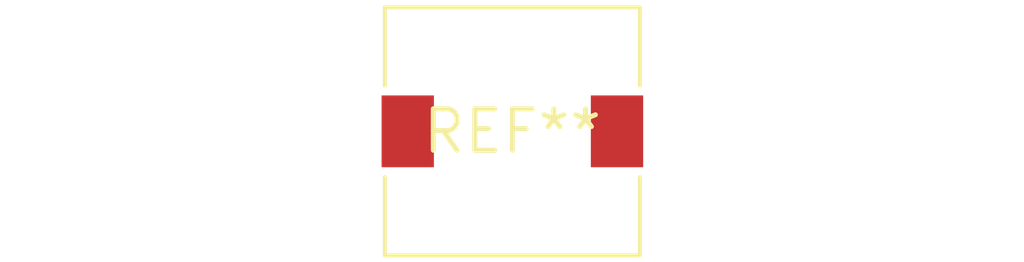
<source format=kicad_pcb>
(kicad_pcb (version 20240108) (generator pcbnew)
  (layers (0 "F.Cu" signal) (31 "B.Cu" signal) (34 "B.Paste" user) (35 "F.Paste" user) (36 "B.SilkS" user "B.Silkscreen") (37 "F.SilkS" user "F.Silkscreen") (38 "B.Mask" user) (39 "F.Mask" user) (44 "Edge.Cuts" user))
  (net 0 "")
  (footprint "L_Wuerth_WE-PD-Typ-M-Typ-S" (layer "F.Cu") (at 0 0)
    (property "Reference" "REF**")
    (property "Value" "L_Wuerth_WE-PD-Typ-M-Typ-S")
    (fp_line (start -3.9 -1.4) (end -3.9 -3.8) (layer "F.SilkS") (stroke (width 0.12)))
    (fp_line (start -3.9 1.4) (end -3.9 3.8) (layer "F.SilkS") (stroke (width 0.12)))
    (fp_line (start -3.9 3.8) (end 3.9 3.8) (layer "F.SilkS") (stroke (width 0.12)))
    (fp_line (start 3.9 -3.8) (end -3.9 -3.8) (layer "F.SilkS") (stroke (width 0.12)))
    (fp_line (start 3.9 -1.4) (end 3.9 -3.8) (layer "F.SilkS") (stroke (width 0.12)))
    (fp_line (start 3.9 3.8) (end 3.9 1.4) (layer "F.SilkS") (stroke (width 0.12)))
    (pad "1" smd rect (at -3.2 0) (size 1.6 2.2) (layers "F.Cu" "F.Paste" "F.Mask"))
    (pad "2" smd rect (at 3.2 0) (size 1.6 2.2) (layers "F.Cu" "F.Paste" "F.Mask"))
  )
)
</source>
